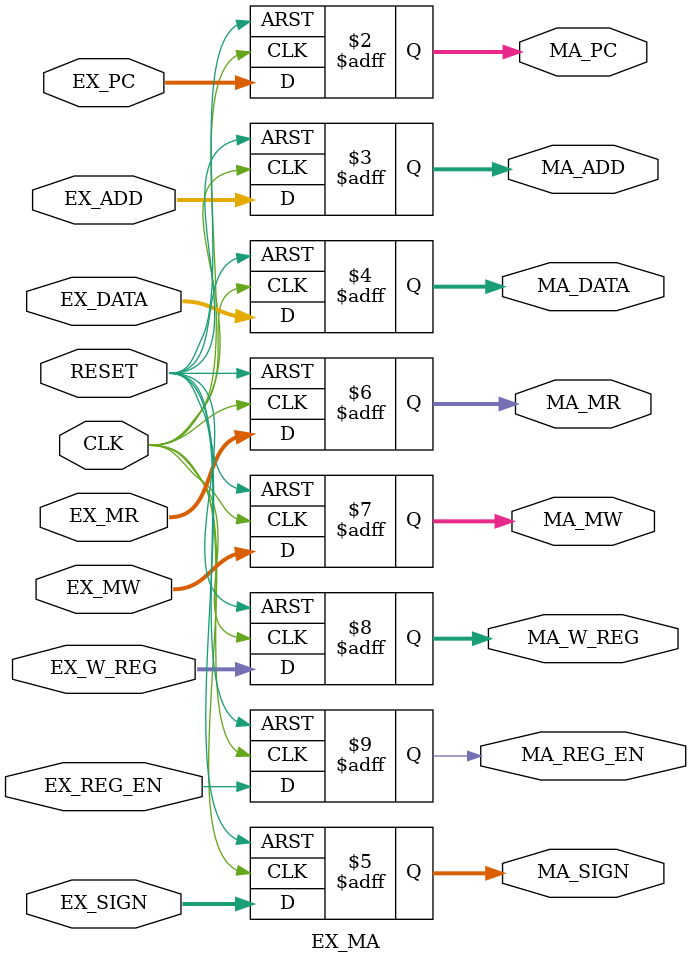
<source format=v>
`timescale 1ns/1ps

module EX_MA (
    input CLK,
    input RESET,
    // Inputs from EX stage
    input [31:0] EX_PC,
    input [4:0]  EX_ADD,
    input [31:0] EX_DATA,
    input [31:0] EX_SIGN,
    input [1:0]  EX_MR,
    input [1:0]  EX_MW,
    input [1:0]  EX_W_REG,
    input        EX_REG_EN,

    // Outputs to MA stage
    output reg [31:0] MA_PC,
    output reg [4:0]  MA_ADD,
    output reg [31:0] MA_DATA,
    output reg [31:0] MA_SIGN,
    output reg [1:0]  MA_MR,
    output reg [1:0]  MA_MW,
    output reg [1:0]  MA_W_REG,
    output reg        MA_REG_EN
);

    always @(posedge CLK or posedge RESET) begin
        if (RESET) begin
            MA_PC     <= 32'd0;
            MA_ADD    <= 5'd0;
            MA_DATA   <= 32'd0;
            MA_SIGN   <= 32'd0;
            MA_MR     <= 2'd0;
            MA_MW     <= 2'd0;
            MA_W_REG  <= 2'd0;
            MA_REG_EN <= 1'b0;
        end else begin
            MA_PC     <= EX_PC;
            MA_ADD    <= EX_ADD;
            MA_DATA   <= EX_DATA;
            MA_SIGN   <= EX_SIGN;
            MA_MR     <= EX_MR;
            MA_MW     <= EX_MW;
            MA_W_REG  <= EX_W_REG;
            MA_REG_EN <= EX_REG_EN;
        end
    end 
endmodule

</source>
